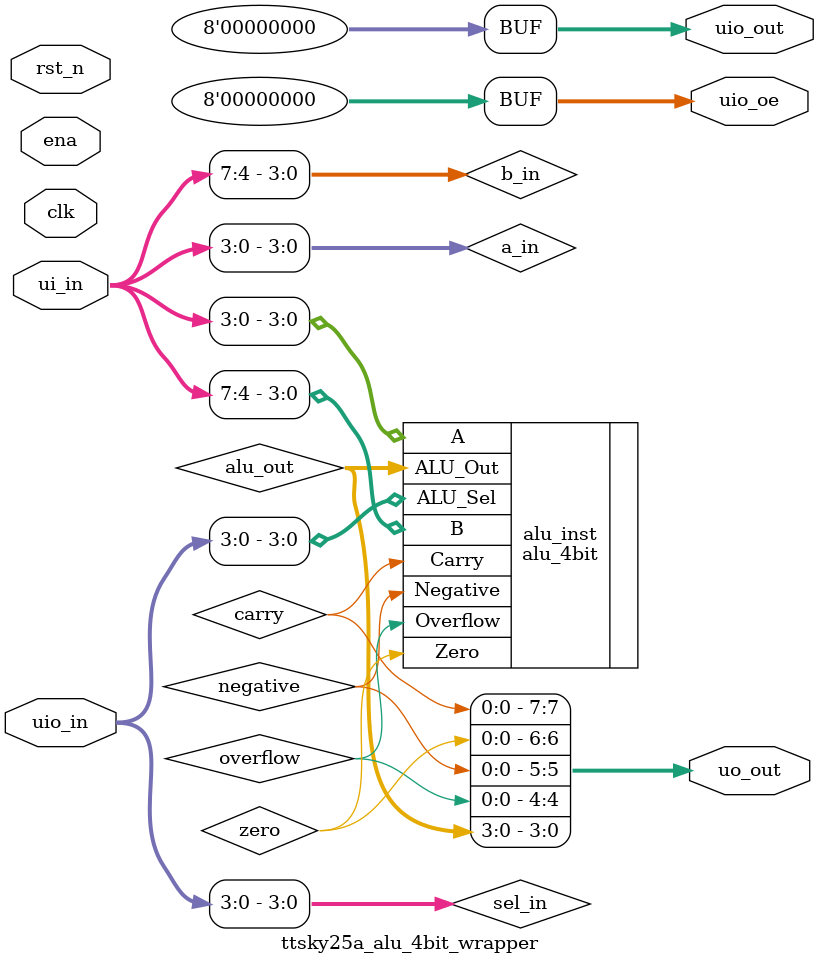
<source format=v>

`default_nettype none
`timescale 1ns/1ns

module ttsky25a_alu_4bit_wrapper (
    input  wire [7:0] ui_in,    // [3:0] = A, [7:4] = B
    output wire [7:0] uo_out,   // {Flags[3:0], ALU_Out[3:0]}
    input  wire [7:0] uio_in,   // [3:0] = ALU_Sel
    output wire [7:0] uio_out,  // Not used
    output wire [7:0] uio_oe,   // Not used
    input  wire ena,            // enable (unused)
    input  wire clk,            // clock (unused)
    input  wire rst_n           // reset (unused)
);

    assign uio_out = 8'h00;
    assign uio_oe  = 8'h00;

    // Internal wires
    wire [3:0] alu_out;
    wire carry, zero, negative, overflow;

    // Explicit operand split
    wire [3:0] a_in   = ui_in[3:0]; // Operand A
    wire [3:0] b_in   = ui_in[7:4]; // Operand B
    wire [3:0] sel_in = uio_in[3:0];// ALU select

    // Instantiate ALU
    alu_4bit alu_inst (
        .A(a_in),
        .B(b_in),
        .ALU_Sel(sel_in),
        .ALU_Out(alu_out),
        .Carry(carry),
        .Zero(zero),
        .Negative(negative),
        .Overflow(overflow)
    );

    // Pack outputs: upper 4 bits = flags, lower 4 bits = ALU result
    assign uo_out = {carry, zero, negative, overflow, alu_out};

endmodule

</source>
